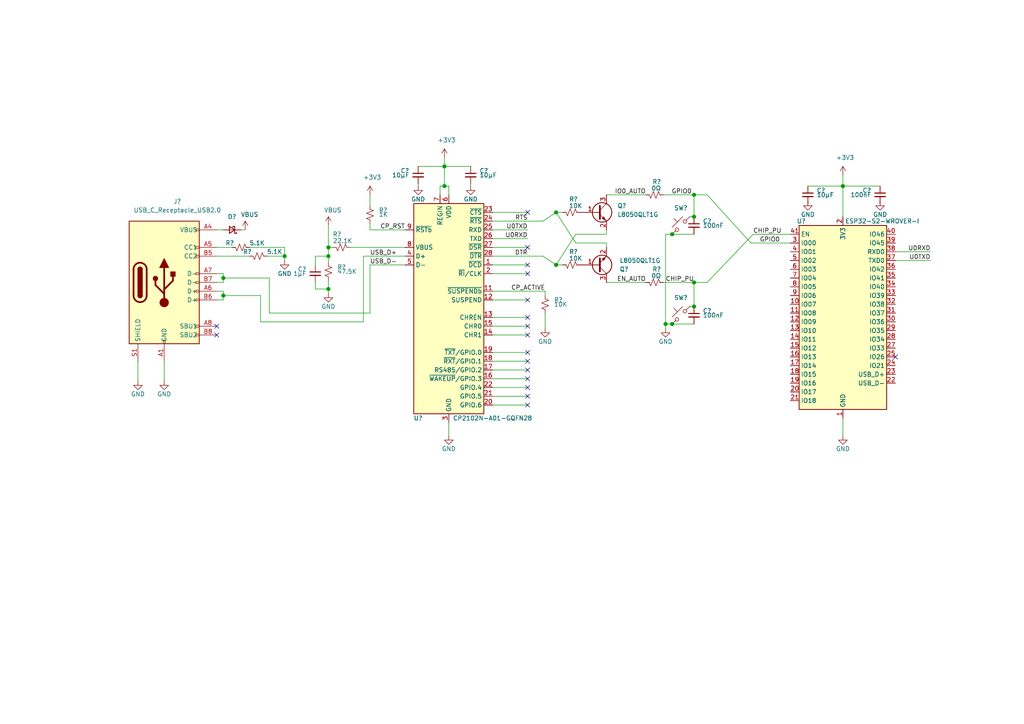
<source format=kicad_sch>
(kicad_sch (version 20200714) (host eeschema "(5.99.0-2671-gfc0a358ba)")
  (page 2 2)
  (paper "A4")
  (lib_symbols
    (symbol "Connector:USB_C_Receptacle_USB2.0"
      (property "Reference" "J" (at -10.16 19.05 0))
      (property "Value" "USB_C_Receptacle_USB2.0" (at 19.05 19.05 0))
      (symbol "USB_C_Receptacle_USB2.0_0_1"
        (arc (start -8.89 -3.81) (end -5.08 -3.81) (radius (at -6.985 -3.81) (length 1.905) (angles -179.9 -0.1)) (stroke (width 0.508)))
        (arc (start -7.62 -3.81) (end -6.35 -3.81) (radius (at -6.985 -3.81) (length 0.635) (angles -179.9 -0.1)) (stroke (width 0.254)))
        (arc (start -7.62 -3.81) (end -6.35 -3.81) (radius (at -6.985 -3.81) (length 0.635) (angles -179.9 -0.1)) (stroke (width 0.254)) (fill (type outline)))
        (arc (start -6.35 3.81) (end -7.62 3.81) (radius (at -6.985 3.81) (length 0.635) (angles 0.1 179.9)) (stroke (width 0.254)) (fill (type outline)))
        (arc (start -6.35 3.81) (end -7.62 3.81) (radius (at -6.985 3.81) (length 0.635) (angles 0.1 179.9)) (stroke (width 0.254)))
        (arc (start -5.08 3.81) (end -8.89 3.81) (radius (at -6.985 3.81) (length 1.905) (angles 0.1 179.9)) (stroke (width 0.508)))
        (circle (center -2.54 1.143) (radius 0.635) (stroke (width 0.254)) (fill (type outline)))
        (circle (center 0 -5.842) (radius 1.27) (fill (type outline)))
        (rectangle (start -10.16 17.78) (end 10.16 -17.78) (stroke (width 0.254)) (fill (type background)))
        (rectangle (start -7.62 -3.81) (end -6.35 3.81) (stroke (width 0.254)) (fill (type outline)))
        (rectangle (start 1.905 1.778) (end 3.175 3.048) (stroke (width 0.254)) (fill (type outline)))
        (polyline (pts (xy -8.89 -3.81) (xy -8.89 3.81)) (stroke (width 0.508)))
        (polyline (pts (xy -5.08 3.81) (xy -5.08 -3.81)) (stroke (width 0.508)))
        (polyline (pts (xy 0 -5.842) (xy 0 4.318)) (stroke (width 0.508)))
        (polyline (pts (xy 0 -3.302) (xy -2.54 -0.762) (xy -2.54 0.508)) (stroke (width 0.508)))
        (polyline (pts (xy 0 -2.032) (xy 2.54 0.508) (xy 2.54 1.778)) (stroke (width 0.508)))
        (polyline (pts (xy -1.27 4.318) (xy 0 6.858) (xy 1.27 4.318) (xy -1.27 4.318)) (stroke (width 0.254)) (fill (type outline)))
      )
      (symbol "USB_C_Receptacle_USB2.0_0_0"
        (rectangle (start -0.254 -17.78) (end 0.254 -16.764))
        (rectangle (start 10.16 -14.986) (end 9.144 -15.494))
        (rectangle (start 10.16 -12.446) (end 9.144 -12.954))
        (rectangle (start 10.16 -4.826) (end 9.144 -5.334))
        (rectangle (start 10.16 -2.286) (end 9.144 -2.794))
        (rectangle (start 10.16 0.254) (end 9.144 -0.254))
        (rectangle (start 10.16 2.794) (end 9.144 2.286))
        (rectangle (start 10.16 7.874) (end 9.144 7.366))
        (rectangle (start 10.16 10.414) (end 9.144 9.906))
        (rectangle (start 10.16 15.494) (end 9.144 14.986))
      )
      (symbol "USB_C_Receptacle_USB2.0_1_1"
        (pin power_in line (at 0 -22.86 90) (length 5.08) (name "GND") (number "A1"))
        (pin passive line (at 0 -22.86 90) (length 5.08) hide (name "GND") (number "A12"))
        (pin power_in line (at 15.24 15.24 180) (length 5.08) (name "VBUS") (number "A4"))
        (pin bidirectional line (at 15.24 10.16 180) (length 5.08) (name "CC1") (number "A5"))
        (pin bidirectional line (at 15.24 -2.54 180) (length 5.08) (name "D+") (number "A6"))
        (pin bidirectional line (at 15.24 2.54 180) (length 5.08) (name "D-") (number "A7"))
        (pin bidirectional line (at 15.24 -12.7 180) (length 5.08) (name "SBU1") (number "A8"))
        (pin passive line (at 15.24 15.24 180) (length 5.08) hide (name "VBUS") (number "A9"))
        (pin passive line (at 0 -22.86 90) (length 5.08) hide (name "GND") (number "B1"))
        (pin passive line (at 0 -22.86 90) (length 5.08) hide (name "GND") (number "B12"))
        (pin passive line (at 15.24 15.24 180) (length 5.08) hide (name "VBUS") (number "B4"))
        (pin bidirectional line (at 15.24 7.62 180) (length 5.08) (name "CC2") (number "B5"))
        (pin bidirectional line (at 15.24 -5.08 180) (length 5.08) (name "D+") (number "B6"))
        (pin bidirectional line (at 15.24 0 180) (length 5.08) (name "D-") (number "B7"))
        (pin bidirectional line (at 15.24 -15.24 180) (length 5.08) (name "SBU2") (number "B8"))
        (pin passive line (at 15.24 15.24 180) (length 5.08) hide (name "VBUS") (number "B9"))
        (pin passive line (at -7.62 -22.86 90) (length 5.08) (name "SHIELD") (number "S1"))
      )
    )
    (symbol "Device:C_Small" (pin_numbers hide) (pin_names (offset 0.254) hide)
      (property "Reference" "C" (at 0.254 1.778 0))
      (property "Value" "C_Small" (at 0.254 -2.032 0))
      (symbol "C_Small_0_1"
        (polyline (pts (xy -1.524 -0.508) (xy 1.524 -0.508)) (stroke (width 0.3302)))
        (polyline (pts (xy -1.524 0.508) (xy 1.524 0.508)) (stroke (width 0.3048)))
      )
      (symbol "C_Small_1_1"
        (pin passive line (at 0 2.54 270) (length 2.032) (name "~") (number "1"))
        (pin passive line (at 0 -2.54 90) (length 2.032) (name "~") (number "2"))
      )
    )
    (symbol "Device:D_Schottky_Small" (pin_numbers hide) (pin_names (offset 0.254) hide)
      (property "Reference" "D" (at -1.27 2.032 0))
      (property "Value" "D_Schottky_Small" (at -7.112 -2.032 0))
      (symbol "D_Schottky_Small_0_1"
        (polyline (pts (xy -0.762 0) (xy 0.762 0)))
        (polyline (pts (xy 0.762 -1.016) (xy -0.762 0) (xy 0.762 1.016) (xy 0.762 -1.016)) (stroke (width 0.254)))
        (polyline (pts (xy -1.27 0.762) (xy -1.27 1.016) (xy -0.762 1.016) (xy -0.762 -1.016) (xy -0.254 -1.016) (xy -0.254 -0.762)) (stroke (width 0.254)))
      )
      (symbol "D_Schottky_Small_1_1"
        (pin passive line (at -2.54 0 0) (length 1.778) (name "K") (number "1"))
        (pin passive line (at 2.54 0 180) (length 1.778) (name "A") (number "2"))
      )
    )
    (symbol "Device:Q_NPN_BEC" (pin_names (offset 0) hide)
      (property "Reference" "Q" (at 5.08 1.27 0))
      (property "Value" "Q_NPN_BEC" (at 5.08 -1.27 0))
      (symbol "Q_NPN_BEC_0_1"
        (circle (center 1.27 0) (radius 2.8194) (stroke (width 0.254)))
        (polyline (pts (xy 0.635 0.635) (xy 2.54 2.54)))
        (polyline (pts (xy 0.635 -0.635) (xy 2.54 -2.54) (xy 2.54 -2.54)))
        (polyline (pts (xy 0.635 1.905) (xy 0.635 -1.905) (xy 0.635 -1.905)) (stroke (width 0.508)))
        (polyline (pts (xy 1.27 -1.778) (xy 1.778 -1.27) (xy 2.286 -2.286) (xy 1.27 -1.778) (xy 1.27 -1.778)) (fill (type outline)))
      )
      (symbol "Q_NPN_BEC_1_1"
        (pin input line (at -5.08 0 0) (length 5.715) (name "B") (number "1"))
        (pin passive line (at 2.54 -5.08 90) (length 2.54) (name "E") (number "2"))
        (pin passive line (at 2.54 5.08 270) (length 2.54) (name "C") (number "3"))
      )
    )
    (symbol "Device:R_Small_US" (pin_numbers hide) (pin_names (offset 0.254) hide)
      (property "Reference" "R" (at 0.762 0.508 0))
      (property "Value" "R_Small_US" (at 0.762 -1.016 0))
      (symbol "R_Small_US_1_1"
        (polyline (pts (xy 0 0) (xy 1.016 -0.381) (xy 0 -0.762) (xy -1.016 -1.143) (xy 0 -1.524)))
        (polyline (pts (xy 0 1.524) (xy 1.016 1.143) (xy 0 0.762) (xy -1.016 0.381) (xy 0 0)))
        (pin passive line (at 0 2.54 270) (length 1.016) (name "~") (number "1"))
        (pin passive line (at 0 -2.54 90) (length 1.016) (name "~") (number "2"))
      )
    )
    (symbol "Interface_USB:CP2102N-A01-GQFN28" (pin_names (offset 0.508))
      (property "Reference" "U" (at -7.62 31.75 0))
      (property "Value" "CP2102N-A01-GQFN28" (at 26.67 31.75 0))
      (symbol "CP2102N-A01-GQFN28_0_1"
        (rectangle (start -10.16 30.48) (end 10.16 -30.48) (stroke (width 0.254)) (fill (type background)))
      )
      (symbol "CP2102N-A01-GQFN28_1_1"
        (pin input line (at 12.7 12.7 180) (length 2.54) (name "~DCD") (number "1"))
        (pin unconnected line (at -10.16 -10.16 0) (length 2.54) hide (name "NC") (number "10"))
        (pin output line (at 12.7 5.08 180) (length 2.54) (name "~SUSPENDb") (number "11"))
        (pin output line (at 12.7 2.54 180) (length 2.54) (name "SUSPEND") (number "12"))
        (pin output line (at 12.7 -2.54 180) (length 2.54) (name "CHREN") (number "13"))
        (pin output line (at 12.7 -7.62 180) (length 2.54) (name "CHR1") (number "14"))
        (pin output line (at 12.7 -5.08 180) (length 2.54) (name "CHR0") (number "15"))
        (pin bidirectional line (at 12.7 -20.32 180) (length 2.54) (name "~WAKEUP~/GPIO.3") (number "16"))
        (pin bidirectional line (at 12.7 -17.78 180) (length 2.54) (name "RS485/GPIO.2") (number "17"))
        (pin bidirectional line (at 12.7 -15.24 180) (length 2.54) (name "~RXT~/GPIO.1") (number "18"))
        (pin bidirectional line (at 12.7 -12.7 180) (length 2.54) (name "~TXT~/GPIO.0") (number "19"))
        (pin bidirectional line (at 12.7 10.16 180) (length 2.54) (name "~RI~/CLK") (number "2"))
        (pin bidirectional line (at 12.7 -27.94 180) (length 2.54) (name "GPIO.6") (number "20"))
        (pin bidirectional line (at 12.7 -25.4 180) (length 2.54) (name "GPIO.5") (number "21"))
        (pin bidirectional line (at 12.7 -22.86 180) (length 2.54) (name "GPIO.4") (number "22"))
        (pin input line (at 12.7 27.94 180) (length 2.54) (name "~CTS") (number "23"))
        (pin output line (at 12.7 25.4 180) (length 2.54) (name "~RTS") (number "24"))
        (pin input line (at 12.7 22.86 180) (length 2.54) (name "RXD") (number "25"))
        (pin output line (at 12.7 20.32 180) (length 2.54) (name "TXD") (number "26"))
        (pin input line (at 12.7 17.78 180) (length 2.54) (name "~DSR") (number "27"))
        (pin output line (at 12.7 15.24 180) (length 2.54) (name "~DTR") (number "28"))
        (pin passive line (at 0 -33.02 90) (length 2.54) hide (name "GND") (number "29"))
        (pin power_in line (at 0 -33.02 90) (length 2.54) (name "GND") (number "3"))
        (pin bidirectional line (at -12.7 15.24 0) (length 2.54) (name "D+") (number "4"))
        (pin bidirectional line (at -12.7 12.7 0) (length 2.54) (name "D-") (number "5"))
        (pin passive line (at 0 33.02 270) (length 2.54) (name "VDD") (number "6"))
        (pin power_in line (at -2.54 33.02 270) (length 2.54) (name "REGIN") (number "7"))
        (pin input line (at -12.7 17.78 0) (length 2.54) (name "VBUS") (number "8"))
        (pin input line (at -12.7 22.86 0) (length 2.54) (name "~RSTb") (number "9"))
      )
    )
    (symbol "RF_Module:ESP32-S2-WROVER-I" (pin_names (offset 0.508))
      (property "Reference" "U" (at -12.7 29.21 0))
      (property "Value" "ESP32-S2-WROVER-I" (at 2.54 29.21 0))
      (symbol "ESP32-S2-WROVER-I_0_1"
        (rectangle (start -12.7 27.94) (end 12.7 -25.4) (stroke (width 0.254)) (fill (type background)))
      )
      (symbol "ESP32-S2-WROVER-I_1_1"
        (pin power_in line (at 0 -27.94 90) (length 2.54) (name "GND") (number "1"))
        (pin bidirectional line (at -15.24 5.08 0) (length 2.54) (name "IO07") (number "10"))
        (pin bidirectional line (at -15.24 2.54 0) (length 2.54) (name "IO08") (number "11"))
        (pin bidirectional line (at -15.24 0 0) (length 2.54) (name "IO09") (number "12"))
        (pin bidirectional line (at -15.24 -2.54 0) (length 2.54) (name "IO10") (number "13"))
        (pin bidirectional line (at -15.24 -5.08 0) (length 2.54) (name "IO11") (number "14"))
        (pin bidirectional line (at -15.24 -7.62 0) (length 2.54) (name "IO12") (number "15"))
        (pin bidirectional line (at -15.24 -10.16 0) (length 2.54) (name "IO13") (number "16"))
        (pin bidirectional line (at -15.24 -12.7 0) (length 2.54) (name "IO14") (number "17"))
        (pin bidirectional line (at -15.24 -15.24 0) (length 2.54) (name "IO15") (number "18"))
        (pin bidirectional line (at -15.24 -17.78 0) (length 2.54) (name "IO16") (number "19"))
        (pin power_in line (at 0 30.48 270) (length 2.54) (name "3V3") (number "2"))
        (pin bidirectional line (at -15.24 -20.32 0) (length 2.54) (name "IO17") (number "20"))
        (pin bidirectional line (at -15.24 -22.86 0) (length 2.54) (name "IO18") (number "21"))
        (pin bidirectional line (at 15.24 -17.78 180) (length 2.54) (name "USB_D-") (number "22"))
        (pin bidirectional line (at 15.24 -15.24 180) (length 2.54) (name "USB_D+") (number "23"))
        (pin bidirectional line (at 15.24 -12.7 180) (length 2.54) (name "IO21") (number "24"))
        (pin bidirectional line (at 15.24 -10.16 180) (length 2.54) (name "IO26") (number "25"))
        (pin passive line (at 0 -27.94 90) (length 2.54) hide (name "GND") (number "26"))
        (pin bidirectional line (at 15.24 -7.62 180) (length 2.54) (name "IO33") (number "27"))
        (pin bidirectional line (at 15.24 -5.08 180) (length 2.54) (name "IO34") (number "28"))
        (pin bidirectional line (at 15.24 -2.54 180) (length 2.54) (name "IO35") (number "29"))
        (pin bidirectional line (at -15.24 22.86 0) (length 2.54) (name "IO00") (number "3"))
        (pin bidirectional line (at 15.24 0 180) (length 2.54) (name "IO36") (number "30"))
        (pin bidirectional line (at 15.24 2.54 180) (length 2.54) (name "IO37") (number "31"))
        (pin bidirectional line (at 15.24 5.08 180) (length 2.54) (name "IO38") (number "32"))
        (pin bidirectional line (at 15.24 7.62 180) (length 2.54) (name "IO39") (number "33"))
        (pin bidirectional line (at 15.24 10.16 180) (length 2.54) (name "IO40") (number "34"))
        (pin bidirectional line (at 15.24 12.7 180) (length 2.54) (name "IO41") (number "35"))
        (pin bidirectional line (at 15.24 15.24 180) (length 2.54) (name "IO42") (number "36"))
        (pin bidirectional line (at 15.24 17.78 180) (length 2.54) (name "TXD0") (number "37"))
        (pin bidirectional line (at 15.24 20.32 180) (length 2.54) (name "RXD0") (number "38"))
        (pin bidirectional line (at 15.24 22.86 180) (length 2.54) (name "IO45") (number "39"))
        (pin bidirectional line (at -15.24 20.32 0) (length 2.54) (name "IO01") (number "4"))
        (pin input line (at 15.24 25.4 180) (length 2.54) (name "IO46") (number "40"))
        (pin input line (at -15.24 25.4 0) (length 2.54) (name "EN") (number "41"))
        (pin passive line (at 0 -27.94 90) (length 2.54) hide (name "GND") (number "42"))
        (pin passive line (at 0 -27.94 90) (length 2.54) hide (name "GND") (number "43"))
        (pin bidirectional line (at -15.24 17.78 0) (length 2.54) (name "IO02") (number "5"))
        (pin bidirectional line (at -15.24 15.24 0) (length 2.54) (name "IO03") (number "6"))
        (pin bidirectional line (at -15.24 12.7 0) (length 2.54) (name "IO04") (number "7"))
        (pin bidirectional line (at -15.24 10.16 0) (length 2.54) (name "IO05") (number "8"))
        (pin bidirectional line (at -15.24 7.62 0) (length 2.54) (name "IO06") (number "9"))
      )
    )
    (symbol "Switch:SW_Push_45deg" (pin_numbers hide) (pin_names hide)
      (property "Reference" "SW" (at 3.048 1.016 0))
      (property "Value" "SW_Push_45deg" (at 0 -3.81 0))
      (symbol "SW_Push_45deg_0_1"
        (circle (center -1.1684 1.1684) (radius 0.508))
        (circle (center 1.143 -1.1938) (radius 0.508))
        (polyline (pts (xy -0.508 2.54) (xy 2.54 -0.508)))
        (polyline (pts (xy 1.016 1.016) (xy 2.032 2.032)))
        (polyline (pts (xy -2.54 2.54) (xy -1.524 1.524) (xy -1.524 1.524)))
        (polyline (pts (xy 1.524 -1.524) (xy 2.54 -2.54) (xy 2.54 -2.54) (xy 2.54 -2.54)))
        (pin passive line (at -2.54 2.54 0) (length 0) (name "1") (number "1"))
        (pin passive line (at 2.54 -2.54 180) (length 0) (name "2") (number "2"))
      )
    )
    (symbol "power:+3V3" (power) (pin_names (offset 0))
      (property "Value" "+3V3" (at 0 3.556 0))
      (symbol "+3V3_0_1"
        (polyline (pts (xy -0.762 1.27) (xy 0 2.54)))
        (polyline (pts (xy 0 0) (xy 0 2.54)))
        (polyline (pts (xy 0 2.54) (xy 0.762 1.27)))
      )
      (symbol "+3V3_1_1"
        (pin power_in line (at 0 0 90) (length 0) hide (name "+3V3") (number "1"))
      )
    )
    (symbol "power:GND" (power) (pin_names (offset 0))
      (property "Value" "GND" (at 0 -3.81 0))
      (symbol "GND_0_1"
        (polyline (pts (xy 0 0) (xy 0 -1.27) (xy 1.27 -1.27) (xy 0 -2.54) (xy -1.27 -1.27) (xy 0 -1.27)))
      )
      (symbol "GND_1_1"
        (pin power_in line (at 0 0 270) (length 0) hide (name "GND") (number "1"))
      )
    )
    (symbol "power:VBUS" (power) (pin_names (offset 0))
      (property "Value" "VBUS" (at 0 3.81 0))
      (symbol "VBUS_0_1"
        (polyline (pts (xy -0.762 1.27) (xy 0 2.54)))
        (polyline (pts (xy 0 0) (xy 0 2.54)))
        (polyline (pts (xy 0 2.54) (xy 0.762 1.27)))
      )
      (symbol "VBUS_1_1"
        (pin power_in line (at 0 0 90) (length 0) hide (name "VBUS") (number "1"))
      )
    )
  )
  (junction (at 64.77 80.645) (diameter 1.016))
  (junction (at 64.77 85.725) (diameter 1.016))
  (junction (at 82.55 74.295) (diameter 1.016))
  (junction (at 95.25 71.755) (diameter 1.016))
  (junction (at 95.25 74.295) (diameter 1.016))
  (junction (at 95.25 83.82) (diameter 1.016))
  (junction (at 128.905 48.26) (diameter 1.016))
  (junction (at 128.905 53.975) (diameter 1.016))
  (junction (at 161.29 61.595) (diameter 1.016))
  (junction (at 161.29 76.835) (diameter 1.016))
  (junction (at 193.04 93.98) (diameter 1.016))
  (junction (at 194.945 67.945) (diameter 1.016))
  (junction (at 194.945 93.98) (diameter 1.016))
  (junction (at 201.295 56.515) (diameter 1.016))
  (junction (at 201.295 62.865) (diameter 1.016))
  (junction (at 201.295 81.915) (diameter 1.016))
  (junction (at 201.295 88.9) (diameter 1.016))
  (junction (at 244.475 53.975) (diameter 1.016))
  (no_connect (at 153.035 102.235))
  (no_connect (at 153.035 109.855))
  (no_connect (at 153.035 86.995))
  (no_connect (at 153.035 79.375))
  (no_connect (at 153.035 114.935))
  (no_connect (at 153.035 94.615))
  (no_connect (at 153.035 112.395))
  (no_connect (at 153.035 107.315))
  (no_connect (at 153.035 92.075))
  (no_connect (at 153.035 97.155))
  (no_connect (at 153.035 76.835))
  (no_connect (at 153.035 71.755))
  (no_connect (at 62.865 94.615))
  (no_connect (at 62.865 97.155))
  (no_connect (at 259.715 103.505))
  (no_connect (at 153.035 104.775))
  (no_connect (at 153.035 117.475))
  (no_connect (at 153.035 61.595))
  (wire (pts (xy 40.005 104.775) (xy 40.005 110.49)))
  (wire (pts (xy 47.625 110.49) (xy 47.625 104.775)))
  (wire (pts (xy 62.865 66.675) (xy 64.77 66.675)))
  (wire (pts (xy 62.865 71.755) (xy 67.31 71.755)))
  (wire (pts (xy 62.865 74.295) (xy 72.39 74.295)))
  (wire (pts (xy 62.865 79.375) (xy 64.77 79.375)))
  (wire (pts (xy 62.865 84.455) (xy 64.77 84.455)))
  (wire (pts (xy 64.77 79.375) (xy 64.77 80.645)))
  (wire (pts (xy 64.77 80.645) (xy 64.77 81.915)))
  (wire (pts (xy 64.77 81.915) (xy 62.865 81.915)))
  (wire (pts (xy 64.77 84.455) (xy 64.77 85.725)))
  (wire (pts (xy 64.77 85.725) (xy 64.77 86.995)))
  (wire (pts (xy 64.77 85.725) (xy 75.565 85.725)))
  (wire (pts (xy 64.77 86.995) (xy 62.865 86.995)))
  (wire (pts (xy 69.85 66.675) (xy 71.12 66.675)))
  (wire (pts (xy 72.39 71.755) (xy 82.55 71.755)))
  (wire (pts (xy 75.565 85.725) (xy 75.565 93.345)))
  (wire (pts (xy 75.565 93.345) (xy 105.41 93.345)))
  (wire (pts (xy 78.105 80.645) (xy 64.77 80.645)))
  (wire (pts (xy 78.105 90.805) (xy 78.105 80.645)))
  (wire (pts (xy 78.105 90.805) (xy 107.315 90.805)))
  (wire (pts (xy 82.55 71.755) (xy 82.55 74.295)))
  (wire (pts (xy 82.55 74.295) (xy 77.47 74.295)))
  (wire (pts (xy 82.55 74.295) (xy 82.55 75.565)))
  (wire (pts (xy 91.44 74.295) (xy 95.25 74.295)))
  (wire (pts (xy 91.44 76.835) (xy 91.44 74.295)))
  (wire (pts (xy 91.44 81.915) (xy 91.44 83.82)))
  (wire (pts (xy 91.44 83.82) (xy 95.25 83.82)))
  (wire (pts (xy 95.25 65.405) (xy 95.25 71.755)))
  (wire (pts (xy 95.25 71.755) (xy 95.25 74.295)))
  (wire (pts (xy 95.25 71.755) (xy 96.52 71.755)))
  (wire (pts (xy 95.25 74.295) (xy 95.25 76.2)))
  (wire (pts (xy 95.25 83.82) (xy 95.25 81.28)))
  (wire (pts (xy 95.25 85.09) (xy 95.25 83.82)))
  (wire (pts (xy 101.6 71.755) (xy 117.475 71.755)))
  (wire (pts (xy 105.41 74.295) (xy 107.315 74.295)))
  (wire (pts (xy 105.41 93.345) (xy 105.41 74.295)))
  (wire (pts (xy 107.315 56.515) (xy 107.315 59.69)))
  (wire (pts (xy 107.315 66.675) (xy 107.315 64.77)))
  (wire (pts (xy 107.315 66.675) (xy 117.475 66.675)))
  (wire (pts (xy 107.315 74.295) (xy 117.475 74.295)))
  (wire (pts (xy 107.315 76.835) (xy 117.475 76.835)))
  (wire (pts (xy 107.315 90.805) (xy 107.315 76.835)))
  (wire (pts (xy 121.285 48.26) (xy 128.905 48.26)))
  (wire (pts (xy 121.285 53.975) (xy 121.285 53.34)))
  (wire (pts (xy 127.635 53.975) (xy 127.635 56.515)))
  (wire (pts (xy 128.905 45.72) (xy 128.905 48.26)))
  (wire (pts (xy 128.905 48.26) (xy 128.905 53.975)))
  (wire (pts (xy 128.905 48.26) (xy 136.525 48.26)))
  (wire (pts (xy 128.905 53.975) (xy 127.635 53.975)))
  (wire (pts (xy 128.905 53.975) (xy 130.175 53.975)))
  (wire (pts (xy 130.175 53.975) (xy 130.175 56.515)))
  (wire (pts (xy 130.175 126.365) (xy 130.175 122.555)))
  (wire (pts (xy 136.525 53.975) (xy 136.525 53.34)))
  (wire (pts (xy 142.875 61.595) (xy 153.035 61.595)))
  (wire (pts (xy 142.875 64.135) (xy 157.48 64.135)))
  (wire (pts (xy 142.875 66.675) (xy 153.035 66.675)))
  (wire (pts (xy 142.875 69.215) (xy 153.035 69.215)))
  (wire (pts (xy 142.875 71.755) (xy 153.035 71.755)))
  (wire (pts (xy 142.875 74.295) (xy 157.48 74.295)))
  (wire (pts (xy 142.875 76.835) (xy 153.035 76.835)))
  (wire (pts (xy 142.875 79.375) (xy 153.035 79.375)))
  (wire (pts (xy 142.875 84.455) (xy 158.115 84.455)))
  (wire (pts (xy 142.875 86.995) (xy 153.035 86.995)))
  (wire (pts (xy 142.875 92.075) (xy 153.035 92.075)))
  (wire (pts (xy 142.875 94.615) (xy 153.035 94.615)))
  (wire (pts (xy 142.875 97.155) (xy 153.035 97.155)))
  (wire (pts (xy 142.875 102.235) (xy 153.035 102.235)))
  (wire (pts (xy 142.875 104.775) (xy 153.035 104.775)))
  (wire (pts (xy 142.875 107.315) (xy 153.035 107.315)))
  (wire (pts (xy 142.875 109.855) (xy 153.035 109.855)))
  (wire (pts (xy 142.875 112.395) (xy 153.035 112.395)))
  (wire (pts (xy 142.875 114.935) (xy 153.035 114.935)))
  (wire (pts (xy 142.875 117.475) (xy 153.035 117.475)))
  (wire (pts (xy 157.48 64.135) (xy 161.29 61.595)))
  (wire (pts (xy 157.48 74.295) (xy 161.29 76.835)))
  (wire (pts (xy 158.115 84.455) (xy 158.115 85.725)))
  (wire (pts (xy 158.115 90.805) (xy 158.115 95.25)))
  (wire (pts (xy 161.29 61.595) (xy 163.195 61.595)))
  (wire (pts (xy 161.29 61.595) (xy 167.005 70.485)))
  (wire (pts (xy 161.29 76.835) (xy 163.195 76.835)))
  (wire (pts (xy 167.005 67.945) (xy 161.29 76.835)))
  (wire (pts (xy 175.895 56.515) (xy 187.325 56.515)))
  (wire (pts (xy 175.895 66.675) (xy 175.895 67.945)))
  (wire (pts (xy 175.895 67.945) (xy 167.005 67.945)))
  (wire (pts (xy 175.895 70.485) (xy 167.005 70.485)))
  (wire (pts (xy 175.895 71.755) (xy 175.895 70.485)))
  (wire (pts (xy 175.895 81.915) (xy 187.325 81.915)))
  (wire (pts (xy 192.405 56.515) (xy 201.295 56.515)))
  (wire (pts (xy 192.405 81.915) (xy 201.295 81.915)))
  (wire (pts (xy 193.04 67.945) (xy 193.04 93.98)))
  (wire (pts (xy 193.04 67.945) (xy 194.945 67.945)))
  (wire (pts (xy 193.04 93.98) (xy 193.04 95.25)))
  (wire (pts (xy 193.04 93.98) (xy 194.945 93.98)))
  (wire (pts (xy 194.945 67.945) (xy 201.295 67.945)))
  (wire (pts (xy 194.945 93.98) (xy 201.295 93.98)))
  (wire (pts (xy 200.025 88.9) (xy 201.295 88.9)))
  (wire (pts (xy 201.295 56.515) (xy 201.295 62.865)))
  (wire (pts (xy 201.295 56.515) (xy 205.105 56.515)))
  (wire (pts (xy 201.295 62.865) (xy 200.025 62.865)))
  (wire (pts (xy 201.295 81.915) (xy 205.105 81.915)))
  (wire (pts (xy 201.295 88.9) (xy 201.295 81.915)))
  (wire (pts (xy 205.105 56.515) (xy 217.805 70.485)))
  (wire (pts (xy 205.105 81.915) (xy 218.44 67.945)))
  (wire (pts (xy 217.805 70.485) (xy 220.345 70.485)))
  (wire (pts (xy 218.44 67.945) (xy 220.345 67.945)))
  (wire (pts (xy 220.345 67.945) (xy 229.235 67.945)))
  (wire (pts (xy 220.345 70.485) (xy 229.235 70.485)))
  (wire (pts (xy 234.315 53.975) (xy 244.475 53.975)))
  (wire (pts (xy 234.315 59.055) (xy 234.315 58.42)))
  (wire (pts (xy 244.475 50.8) (xy 244.475 53.975)))
  (wire (pts (xy 244.475 53.975) (xy 244.475 62.865)))
  (wire (pts (xy 244.475 53.975) (xy 255.27 53.975)))
  (wire (pts (xy 244.475 126.365) (xy 244.475 121.285)))
  (wire (pts (xy 255.27 59.055) (xy 255.27 58.42)))
  (wire (pts (xy 259.715 73.025) (xy 269.875 73.025)))
  (wire (pts (xy 259.715 75.565) (xy 269.875 75.565)))
  (label "USB_D+" (at 107.315 74.295 0))
  (label "USB_D-" (at 107.315 76.835 0))
  (label "CP_RST" (at 117.475 66.675 180))
  (label "RTS" (at 153.035 64.135 180))
  (label "U0TXD" (at 153.035 66.675 180))
  (label "U0RXD" (at 153.035 69.215 180))
  (label "DTR" (at 153.035 74.295 180))
  (label "CP_ACTIVE" (at 158.115 84.455 180))
  (label "IO0_AUTO" (at 187.325 56.515 180))
  (label "EN_AUTO" (at 187.325 81.915 180))
  (label "GPIO0" (at 200.66 56.515 180))
  (label "CHIP_PU" (at 201.295 81.915 180))
  (label "CHIP_PU" (at 218.44 67.945 0))
  (label "GPIO0" (at 220.345 70.485 0))
  (label "U0RXD" (at 269.875 73.025 180))
  (label "U0TXD" (at 269.875 75.565 180))
  (symbol (lib_id "power:VBUS") (at 71.12 66.675 0) (unit 1)
    (property "Reference" "#PWR?" (effects hide))
    (property "Value" "VBUS" (at 72.39 62.23 0))
  )
  (symbol (lib_id "power:VBUS") (at 95.25 65.405 0) (unit 1)
    (property "Reference" "#PWR?" (effects hide))
    (property "Value" "VBUS" (at 96.52 60.96 0))
  )
  (symbol (lib_id "power:+3V3") (at 107.315 56.515 0) (unit 1)
    (property "Reference" "#PWR?" (effects hide))
    (property "Value" "+3V3" (at 107.95 51.435 0))
  )
  (symbol (lib_id "power:+3V3") (at 128.905 45.72 0) (unit 1)
    (property "Reference" "#PWR?" (effects hide))
    (property "Value" "+3V3" (at 129.54 40.64 0))
  )
  (symbol (lib_id "power:+3V3") (at 244.475 50.8 0) (unit 1)
    (property "Reference" "#PWR?" (effects hide))
    (property "Value" "+3V3" (at 245.11 45.72 0))
  )
  (symbol (lib_id "power:GND") (at 40.005 110.49 0) (mirror y) (unit 1)
    (property "Reference" "#PWR?" (effects hide))
    (property "Value" "GND" (at 40.005 114.3 0))
  )
  (symbol (lib_id "power:GND") (at 47.625 110.49 0) (mirror y) (unit 1)
    (property "Reference" "#PWR?" (effects hide))
    (property "Value" "GND" (at 47.625 114.3 0))
  )
  (symbol (lib_id "power:GND") (at 82.55 75.565 0) (mirror y) (unit 1)
    (property "Reference" "#PWR?" (effects hide))
    (property "Value" "GND" (at 82.55 79.375 0))
  )
  (symbol (lib_id "power:GND") (at 95.25 85.09 0) (mirror y) (unit 1)
    (property "Reference" "#PWR?" (effects hide))
    (property "Value" "GND" (at 95.25 88.9 0))
  )
  (symbol (lib_id "power:GND") (at 121.285 53.975 0) (mirror y) (unit 1)
    (property "Reference" "#PWR?" (effects hide))
    (property "Value" "GND" (at 121.285 57.785 0))
  )
  (symbol (lib_id "power:GND") (at 130.175 126.365 0) (mirror y) (unit 1)
    (property "Reference" "#PWR?" (effects hide))
    (property "Value" "GND" (at 130.175 130.175 0))
  )
  (symbol (lib_id "power:GND") (at 136.525 53.975 0) (mirror y) (unit 1)
    (property "Reference" "#PWR?" (effects hide))
    (property "Value" "GND" (at 136.525 57.785 0))
  )
  (symbol (lib_id "power:GND") (at 158.115 95.25 0) (mirror y) (unit 1)
    (property "Reference" "#PWR?" (effects hide))
    (property "Value" "GND" (at 158.115 99.06 0))
  )
  (symbol (lib_id "power:GND") (at 193.04 95.25 0) (mirror y) (unit 1)
    (property "Reference" "#PWR?" (effects hide))
    (property "Value" "GND" (at 193.04 99.06 0))
  )
  (symbol (lib_id "power:GND") (at 234.315 58.42 0) (mirror y) (unit 1)
    (property "Reference" "#PWR?" (effects hide))
    (property "Value" "GND" (at 234.315 62.23 0))
  )
  (symbol (lib_id "power:GND") (at 244.475 126.365 0) (mirror y) (unit 1)
    (property "Reference" "#PWR?" (effects hide))
    (property "Value" "GND" (at 244.475 130.175 0))
  )
  (symbol (lib_id "power:GND") (at 255.27 58.42 0) (unit 1)
    (property "Reference" "#PWR?" (effects hide))
    (property "Value" "GND" (at 255.27 62.23 0))
  )
  (symbol (lib_id "Device:R_Small_US") (at 69.85 71.755 90) (mirror x) (unit 1)
    (property "Reference" "R?" (at 67.945 70.485 90) (effects (justify left)))
    (property "Value" "5.1K" (at 76.835 70.485 90) (effects (justify left)))
    (property "Footprint" "Resistor_SMD:R_0805_2012Metric" (effects hide))
  )
  (symbol (lib_id "Device:R_Small_US") (at 74.93 74.295 90) (mirror x) (unit 1)
    (property "Reference" "R?" (at 73.025 73.025 90) (effects (justify left)))
    (property "Value" "5.1K" (at 81.915 73.025 90) (effects (justify left)))
    (property "Footprint" "Resistor_SMD:R_0805_2012Metric" (effects hide))
  )
  (symbol (lib_id "Device:R_Small_US") (at 95.25 78.74 0) (unit 1)
    (property "Reference" "R?" (at 97.79 77.47 0) (effects (justify left)))
    (property "Value" "47.5K" (at 97.79 78.74 0) (effects (justify left)))
    (property "Footprint" "Resistor_SMD:R_0805_2012Metric" (effects hide))
  )
  (symbol (lib_id "Device:R_Small_US") (at 99.06 71.755 90) (mirror x) (unit 1)
    (property "Reference" "R?" (at 99.06 67.945 90) (effects (justify left)))
    (property "Value" "22.1K" (at 102.235 69.85 90) (effects (justify left)))
    (property "Footprint" "Resistor_SMD:R_0805_2012Metric" (effects hide))
  )
  (symbol (lib_id "Device:R_Small_US") (at 107.315 62.23 0) (unit 1)
    (property "Reference" "R?" (at 109.855 60.96 0) (effects (justify left)))
    (property "Value" "1K" (at 109.855 62.23 0) (effects (justify left)))
    (property "Footprint" "Resistor_SMD:R_0805_2012Metric" (effects hide))
  )
  (symbol (lib_id "Device:R_Small_US") (at 158.115 88.265 0) (unit 1)
    (property "Reference" "R?" (at 160.655 86.995 0) (effects (justify left)))
    (property "Value" "10K" (at 160.655 88.265 0) (effects (justify left)))
    (property "Footprint" "Resistor_SMD:R_0805_2012Metric" (effects hide))
  )
  (symbol (lib_id "Device:R_Small_US") (at 165.735 61.595 90) (mirror x) (unit 1)
    (property "Reference" "R?" (at 167.64 57.785 90) (effects (justify left)))
    (property "Value" "10K" (at 168.91 59.69 90) (effects (justify left)))
    (property "Footprint" "Resistor_SMD:R_0805_2012Metric" (effects hide))
  )
  (symbol (lib_id "Device:R_Small_US") (at 165.735 76.835 90) (mirror x) (unit 1)
    (property "Reference" "R?" (at 167.64 73.025 90) (effects (justify left)))
    (property "Value" "10K" (at 168.91 74.93 90) (effects (justify left)))
    (property "Footprint" "Resistor_SMD:R_0805_2012Metric" (effects hide))
  )
  (symbol (lib_id "Device:R_Small_US") (at 189.865 56.515 90) (mirror x) (unit 1)
    (property "Reference" "R?" (at 191.77 52.705 90) (effects (justify left)))
    (property "Value" "0Ω" (at 191.77 54.61 90) (effects (justify left)))
    (property "Footprint" "Resistor_SMD:R_0805_2012Metric" (effects hide))
  )
  (symbol (lib_id "Device:R_Small_US") (at 189.865 81.915 90) (mirror x) (unit 1)
    (property "Reference" "R?" (at 191.77 78.105 90) (effects (justify left)))
    (property "Value" "0Ω" (at 191.77 80.01 90) (effects (justify left)))
    (property "Footprint" "Resistor_SMD:R_0805_2012Metric" (effects hide))
  )
  (symbol (lib_id "Device:D_Schottky_Small") (at 67.31 66.675 180) (unit 1)
    (property "Reference" "D?" (at 67.31 62.865 0))
    (property "Value" "D_Schottky_Small" (effects hide))
    (property "Footprint" "Diode_SMD:D_0603_1608Metric" (effects hide))
  )
  (symbol (lib_id "Device:C_Small") (at 91.44 79.375 0) (mirror y) (unit 1)
    (property "Reference" "C?" (at 88.9 78.105 0) (effects (justify left)))
    (property "Value" "1µF" (at 88.9 79.375 0) (effects (justify left)))
    (property "Footprint" "Capacitor_SMD:C_0805_2012Metric" (effects hide))
  )
  (symbol (lib_id "Device:C_Small") (at 121.285 50.8 0) (mirror y) (unit 1)
    (property "Reference" "C?" (at 118.745 49.53 0) (effects (justify left)))
    (property "Value" "10μF" (at 118.745 50.8 0) (effects (justify left)))
    (property "Footprint" "Capacitor_SMD:C_0805_2012Metric" (effects hide))
  )
  (symbol (lib_id "Device:C_Small") (at 136.525 50.8 0) (unit 1)
    (property "Reference" "C?" (at 139.065 49.53 0) (effects (justify left)))
    (property "Value" "10μF" (at 139.065 50.8 0) (effects (justify left)))
    (property "Footprint" "Capacitor_SMD:C_0805_2012Metric" (effects hide))
  )
  (symbol (lib_id "Device:C_Small") (at 201.295 65.405 0) (unit 1)
    (property "Reference" "C?" (at 203.835 64.135 0) (effects (justify left)))
    (property "Value" "100nF" (at 203.835 65.405 0) (effects (justify left)))
    (property "Footprint" "Capacitor_SMD:C_0805_2012Metric" (effects hide))
  )
  (symbol (lib_id "Device:C_Small") (at 201.295 91.44 0) (unit 1)
    (property "Reference" "C?" (at 203.835 90.17 0) (effects (justify left)))
    (property "Value" "100nF" (at 203.835 91.44 0) (effects (justify left)))
    (property "Footprint" "Capacitor_SMD:C_0805_2012Metric" (effects hide))
  )
  (symbol (lib_id "Device:C_Small") (at 234.315 56.515 0) (unit 1)
    (property "Reference" "C?" (at 236.855 55.245 0) (effects (justify left)))
    (property "Value" "10μF" (at 236.855 56.515 0) (effects (justify left)))
    (property "Footprint" "Capacitor_SMD:C_0805_2012Metric" (effects hide))
  )
  (symbol (lib_id "Device:C_Small") (at 255.27 56.515 0) (mirror y) (unit 1)
    (property "Reference" "C?" (at 252.73 55.245 0) (effects (justify left)))
    (property "Value" "100nF" (at 252.73 56.515 0) (effects (justify left)))
    (property "Footprint" "Capacitor_SMD:C_0805_2012Metric" (effects hide))
  )
  (symbol (lib_id "Switch:SW_Push_45deg") (at 197.485 65.405 0) (mirror y) (unit 1)
    (property "Reference" "SW?" (at 197.485 60.325 0))
    (property "Footprint" "Button_Switch_SMD:SW_SPST_PTS810" (effects hide))
  )
  (symbol (lib_id "Switch:SW_Push_45deg") (at 197.485 91.44 0) (mirror y) (unit 1)
    (property "Reference" "SW?" (at 197.485 86.36 0))
    (property "Footprint" "Button_Switch_SMD:SW_SPST_PTS810" (effects hide))
  )
  (symbol (lib_id "Device:Q_NPN_BEC") (at 173.355 61.595 0) (unit 1)
    (property "Reference" "Q?" (at 179.07 59.69 0) (effects (justify left)))
    (property "Value" "L8050QLT1G" (at 179.07 62.23 0) (effects (justify left)))
    (property "Footprint" "Package_TO_SOT_SMD:SOT-23" (effects hide))
  )
  (symbol (lib_id "Device:Q_NPN_BEC") (at 173.355 76.835 0) (mirror x) (unit 1)
    (property "Reference" "Q?" (at 179.705 78.105 0) (effects (justify left)))
    (property "Value" "L8050QLT1G" (at 179.705 75.565 0) (effects (justify left)))
    (property "Footprint" "Package_TO_SOT_SMD:SOT-23" (effects hide))
  )
  (symbol (lib_id "Connector:USB_C_Receptacle_USB2.0") (at 47.625 81.915 0) (unit 1)
    (property "Reference" "J?" (at 51.435 58.42 0))
    (property "Value" "USB_C_Receptacle_USB2.0" (at 51.435 60.96 0))
    (property "Footprint" "Connector_USB:USB_C_Receptacle_HRO_TYPE-C-31-M-12" (effects hide))
    (property "Datasheet" "https://www.usb.org/sites/default/files/documents/usb_type-c.zip" (effects hide))
  )
  (symbol (lib_id "Interface_USB:CP2102N-A01-GQFN28") (at 130.175 89.535 0) (unit 1)
    (property "Reference" "U?" (at 121.285 121.285 0))
    (property "Value" "CP2102N-A01-GQFN28" (at 142.875 121.285 0))
    (property "Footprint" "Package_DFN_QFN:QFN-28-1EP_5x5mm_P0.5mm_EP3.35x3.35mm" (effects hide))
    (property "Datasheet" "https://www.silabs.com/documents/public/data-sheets/cp2102n-datasheet.pdf" (effects hide))
  )
  (symbol (lib_id "RF_Module:ESP32-S2-WROVER-I") (at 244.475 93.345 0) (unit 1)
    (property "Reference" "U?" (at 232.41 64.135 0))
    (property "Value" "ESP32-S2-WROVER-I" (at 255.905 64.135 0))
    (property "Footprint" "RF_Module:ESP32-S2-WROVER" (effects hide))
    (property "Datasheet" "https://www.espressif.com/sites/default/files/documentation/esp32-s2-wroom_esp32-s2-wroom-i_datasheet_en.pdf" (effects hide))
  )
)
</source>
